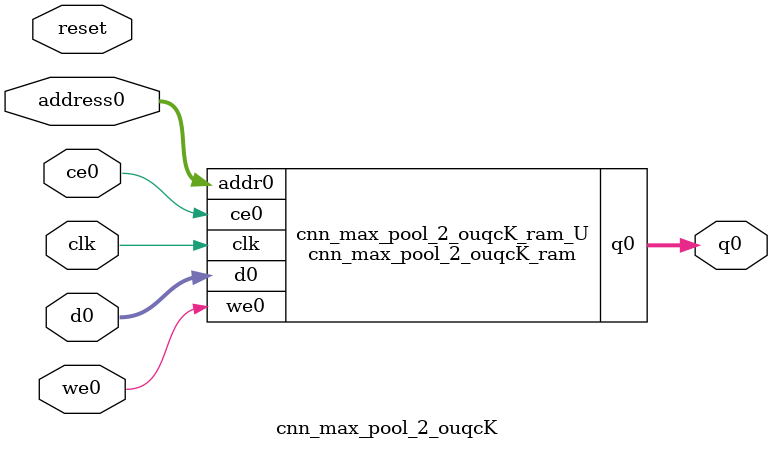
<source format=v>
`timescale 1 ns / 1 ps
module cnn_max_pool_2_ouqcK_ram (addr0, ce0, d0, we0, q0,  clk);

parameter DWIDTH = 12;
parameter AWIDTH = 9;
parameter MEM_SIZE = 400;

input[AWIDTH-1:0] addr0;
input ce0;
input[DWIDTH-1:0] d0;
input we0;
output reg[DWIDTH-1:0] q0;
input clk;

(* ram_style = "block" *)reg [DWIDTH-1:0] ram[0:MEM_SIZE-1];




always @(posedge clk)  
begin 
    if (ce0) 
    begin
        if (we0) 
        begin 
            ram[addr0] <= d0; 
        end 
        q0 <= ram[addr0];
    end
end


endmodule

`timescale 1 ns / 1 ps
module cnn_max_pool_2_ouqcK(
    reset,
    clk,
    address0,
    ce0,
    we0,
    d0,
    q0);

parameter DataWidth = 32'd12;
parameter AddressRange = 32'd400;
parameter AddressWidth = 32'd9;
input reset;
input clk;
input[AddressWidth - 1:0] address0;
input ce0;
input we0;
input[DataWidth - 1:0] d0;
output[DataWidth - 1:0] q0;



cnn_max_pool_2_ouqcK_ram cnn_max_pool_2_ouqcK_ram_U(
    .clk( clk ),
    .addr0( address0 ),
    .ce0( ce0 ),
    .we0( we0 ),
    .d0( d0 ),
    .q0( q0 ));

endmodule


</source>
